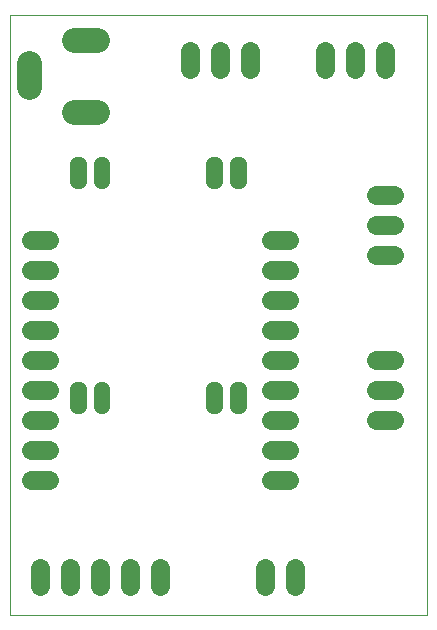
<source format=gbs>
G75*
%MOIN*%
%OFA0B0*%
%FSLAX25Y25*%
%IPPOS*%
%LPD*%
%AMOC8*
5,1,8,0,0,1.08239X$1,22.5*
%
%ADD10C,0.00000*%
%ADD11C,0.08274*%
%ADD12C,0.06400*%
%ADD13C,0.04860*%
D10*
X0001000Y0001000D02*
X0001000Y0200961D01*
X0139701Y0200961D01*
X0139701Y0001000D01*
X0001000Y0001000D01*
D11*
X0022063Y0168795D02*
X0029937Y0168795D01*
X0029937Y0192811D02*
X0022063Y0192811D01*
X0007102Y0184937D02*
X0007102Y0177063D01*
D12*
X0008000Y0126000D02*
X0014000Y0126000D01*
X0014000Y0116000D02*
X0008000Y0116000D01*
X0008000Y0106000D02*
X0014000Y0106000D01*
X0014000Y0096000D02*
X0008000Y0096000D01*
X0008000Y0086000D02*
X0014000Y0086000D01*
X0014000Y0076000D02*
X0008000Y0076000D01*
X0008000Y0066000D02*
X0014000Y0066000D01*
X0014000Y0056000D02*
X0008000Y0056000D01*
X0008000Y0046000D02*
X0014000Y0046000D01*
X0011000Y0016500D02*
X0011000Y0010500D01*
X0021000Y0010500D02*
X0021000Y0016500D01*
X0031000Y0016500D02*
X0031000Y0010500D01*
X0041000Y0010500D02*
X0041000Y0016500D01*
X0051000Y0016500D02*
X0051000Y0010500D01*
X0086000Y0010500D02*
X0086000Y0016500D01*
X0096000Y0016500D02*
X0096000Y0010500D01*
X0094000Y0046000D02*
X0088000Y0046000D01*
X0088000Y0056000D02*
X0094000Y0056000D01*
X0094000Y0066000D02*
X0088000Y0066000D01*
X0088000Y0076000D02*
X0094000Y0076000D01*
X0094000Y0086000D02*
X0088000Y0086000D01*
X0088000Y0096000D02*
X0094000Y0096000D01*
X0094000Y0106000D02*
X0088000Y0106000D01*
X0088000Y0116000D02*
X0094000Y0116000D01*
X0094000Y0126000D02*
X0088000Y0126000D01*
X0123000Y0121000D02*
X0129000Y0121000D01*
X0129000Y0131000D02*
X0123000Y0131000D01*
X0123000Y0141000D02*
X0129000Y0141000D01*
X0126000Y0183000D02*
X0126000Y0189000D01*
X0116000Y0189000D02*
X0116000Y0183000D01*
X0106000Y0183000D02*
X0106000Y0189000D01*
X0081000Y0189000D02*
X0081000Y0183000D01*
X0071000Y0183000D02*
X0071000Y0189000D01*
X0061000Y0189000D02*
X0061000Y0183000D01*
X0123000Y0086000D02*
X0129000Y0086000D01*
X0129000Y0076000D02*
X0123000Y0076000D01*
X0123000Y0066000D02*
X0129000Y0066000D01*
D13*
X0076530Y0070730D02*
X0076530Y0076270D01*
X0077070Y0076270D01*
X0077070Y0070730D01*
X0076530Y0070730D01*
X0076530Y0075589D02*
X0077070Y0075589D01*
X0068630Y0076270D02*
X0068630Y0070730D01*
X0068630Y0076270D02*
X0069170Y0076270D01*
X0069170Y0070730D01*
X0068630Y0070730D01*
X0068630Y0075589D02*
X0069170Y0075589D01*
X0031130Y0076270D02*
X0031130Y0070730D01*
X0031130Y0076270D02*
X0031670Y0076270D01*
X0031670Y0070730D01*
X0031130Y0070730D01*
X0031130Y0075589D02*
X0031670Y0075589D01*
X0023230Y0076270D02*
X0023230Y0070730D01*
X0023230Y0076270D02*
X0023770Y0076270D01*
X0023770Y0070730D01*
X0023230Y0070730D01*
X0023230Y0075589D02*
X0023770Y0075589D01*
X0023230Y0145730D02*
X0023230Y0151270D01*
X0023770Y0151270D01*
X0023770Y0145730D01*
X0023230Y0145730D01*
X0023230Y0150589D02*
X0023770Y0150589D01*
X0031130Y0151270D02*
X0031130Y0145730D01*
X0031130Y0151270D02*
X0031670Y0151270D01*
X0031670Y0145730D01*
X0031130Y0145730D01*
X0031130Y0150589D02*
X0031670Y0150589D01*
X0068630Y0151270D02*
X0068630Y0145730D01*
X0068630Y0151270D02*
X0069170Y0151270D01*
X0069170Y0145730D01*
X0068630Y0145730D01*
X0068630Y0150589D02*
X0069170Y0150589D01*
X0076530Y0151270D02*
X0076530Y0145730D01*
X0076530Y0151270D02*
X0077070Y0151270D01*
X0077070Y0145730D01*
X0076530Y0145730D01*
X0076530Y0150589D02*
X0077070Y0150589D01*
M02*

</source>
